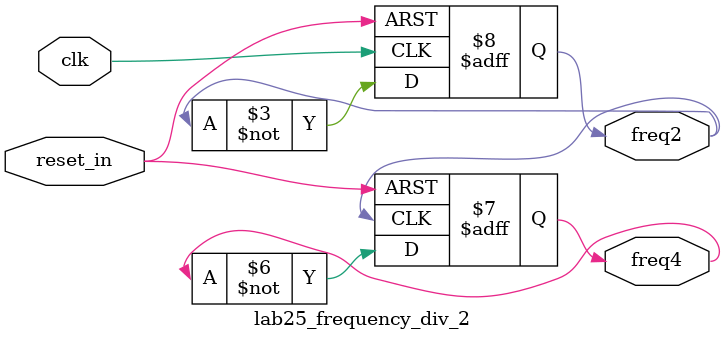
<source format=v>
`timescale 1ns / 1ps


module lab25_frequency_div_2(
                            input clk,
                            input reset_in,
                            output reg freq2 ,  
                            output reg freq4                                              
    );

always @(posedge clk or negedge reset_in)
begin
    if(!reset_in)
        freq2 <= 1'b0;
    else
        freq2 <= ~freq2 ;
      
end   

always @(posedge freq2 or negedge reset_in)
begin
    if(!reset_in)
        freq4 <= 1'b0;
    else
        freq4 <= ~freq4 ; 
end   

endmodule

</source>
